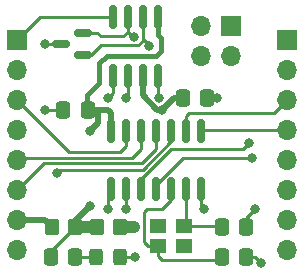
<source format=gtl>
G04 #@! TF.GenerationSoftware,KiCad,Pcbnew,7.0.1*
G04 #@! TF.CreationDate,2023-10-25T20:54:25+02:00*
G04 #@! TF.ProjectId,canfd_breakout,63616e66-645f-4627-9265-616b6f75742e,rev?*
G04 #@! TF.SameCoordinates,Original*
G04 #@! TF.FileFunction,Copper,L1,Top*
G04 #@! TF.FilePolarity,Positive*
%FSLAX46Y46*%
G04 Gerber Fmt 4.6, Leading zero omitted, Abs format (unit mm)*
G04 Created by KiCad (PCBNEW 7.0.1) date 2023-10-25 20:54:25*
%MOMM*%
%LPD*%
G01*
G04 APERTURE LIST*
G04 Aperture macros list*
%AMRoundRect*
0 Rectangle with rounded corners*
0 $1 Rounding radius*
0 $2 $3 $4 $5 $6 $7 $8 $9 X,Y pos of 4 corners*
0 Add a 4 corners polygon primitive as box body*
4,1,4,$2,$3,$4,$5,$6,$7,$8,$9,$2,$3,0*
0 Add four circle primitives for the rounded corners*
1,1,$1+$1,$2,$3*
1,1,$1+$1,$4,$5*
1,1,$1+$1,$6,$7*
1,1,$1+$1,$8,$9*
0 Add four rect primitives between the rounded corners*
20,1,$1+$1,$2,$3,$4,$5,0*
20,1,$1+$1,$4,$5,$6,$7,0*
20,1,$1+$1,$6,$7,$8,$9,0*
20,1,$1+$1,$8,$9,$2,$3,0*%
G04 Aperture macros list end*
G04 #@! TA.AperFunction,SMDPad,CuDef*
%ADD10RoundRect,0.250000X-0.337500X-0.475000X0.337500X-0.475000X0.337500X0.475000X-0.337500X0.475000X0*%
G04 #@! TD*
G04 #@! TA.AperFunction,SMDPad,CuDef*
%ADD11RoundRect,0.250000X0.325000X0.450000X-0.325000X0.450000X-0.325000X-0.450000X0.325000X-0.450000X0*%
G04 #@! TD*
G04 #@! TA.AperFunction,SMDPad,CuDef*
%ADD12RoundRect,0.250000X0.350000X0.450000X-0.350000X0.450000X-0.350000X-0.450000X0.350000X-0.450000X0*%
G04 #@! TD*
G04 #@! TA.AperFunction,SMDPad,CuDef*
%ADD13RoundRect,0.250000X-0.350000X-0.450000X0.350000X-0.450000X0.350000X0.450000X-0.350000X0.450000X0*%
G04 #@! TD*
G04 #@! TA.AperFunction,SMDPad,CuDef*
%ADD14RoundRect,0.250000X0.337500X0.475000X-0.337500X0.475000X-0.337500X-0.475000X0.337500X-0.475000X0*%
G04 #@! TD*
G04 #@! TA.AperFunction,ComponentPad*
%ADD15R,1.700000X1.700000*%
G04 #@! TD*
G04 #@! TA.AperFunction,ComponentPad*
%ADD16O,1.700000X1.700000*%
G04 #@! TD*
G04 #@! TA.AperFunction,SMDPad,CuDef*
%ADD17R,1.400000X1.200000*%
G04 #@! TD*
G04 #@! TA.AperFunction,SMDPad,CuDef*
%ADD18RoundRect,0.150000X0.150000X-0.825000X0.150000X0.825000X-0.150000X0.825000X-0.150000X-0.825000X0*%
G04 #@! TD*
G04 #@! TA.AperFunction,SMDPad,CuDef*
%ADD19RoundRect,0.150000X0.587500X0.150000X-0.587500X0.150000X-0.587500X-0.150000X0.587500X-0.150000X0*%
G04 #@! TD*
G04 #@! TA.AperFunction,ViaPad*
%ADD20C,0.800000*%
G04 #@! TD*
G04 #@! TA.AperFunction,Conductor*
%ADD21C,0.250000*%
G04 #@! TD*
G04 #@! TA.AperFunction,Conductor*
%ADD22C,0.400000*%
G04 #@! TD*
G04 #@! TA.AperFunction,Conductor*
%ADD23C,0.500000*%
G04 #@! TD*
G04 #@! TA.AperFunction,Conductor*
%ADD24C,1.000000*%
G04 #@! TD*
G04 APERTURE END LIST*
D10*
X102827000Y-118364000D03*
X104902000Y-118364000D03*
D11*
X108730000Y-118364000D03*
X106680000Y-118364000D03*
D12*
X108712000Y-115824000D03*
X106712000Y-115824000D03*
D13*
X102902000Y-115824000D03*
X104902000Y-115824000D03*
D10*
X117305000Y-115824000D03*
X119380000Y-115824000D03*
X117305000Y-118364000D03*
X119380000Y-118364000D03*
X114024500Y-104902000D03*
X116099500Y-104902000D03*
D14*
X105961000Y-105918000D03*
X103886000Y-105918000D03*
D15*
X122860000Y-100000000D03*
D16*
X122860000Y-102540000D03*
X122860000Y-105080000D03*
X122860000Y-107620000D03*
X122860000Y-110160000D03*
X122860000Y-112700000D03*
X122860000Y-115240000D03*
X122860000Y-117780000D03*
D15*
X100000000Y-100000000D03*
D16*
X100000000Y-102540000D03*
X100000000Y-105080000D03*
X100000000Y-107620000D03*
X100000000Y-110160000D03*
X100000000Y-112700000D03*
X100000000Y-115240000D03*
X100000000Y-117780000D03*
D17*
X111930000Y-117436000D03*
X114130000Y-117436000D03*
X114130000Y-115736000D03*
X111930000Y-115736000D03*
D16*
X115570000Y-101346000D03*
X115570000Y-98806000D03*
X118110000Y-101346000D03*
D15*
X118110000Y-98806000D03*
D18*
X108077000Y-103059000D03*
X109347000Y-103059000D03*
X110617000Y-103059000D03*
X111887000Y-103059000D03*
X111887000Y-98109000D03*
X110617000Y-98109000D03*
X109347000Y-98109000D03*
X108077000Y-98109000D03*
D19*
X103710500Y-100330000D03*
X105585500Y-99380000D03*
X105585500Y-101280000D03*
D18*
X107950000Y-107696000D03*
X109220000Y-107696000D03*
X110490000Y-107696000D03*
X111760000Y-107696000D03*
X113030000Y-107696000D03*
X114300000Y-107696000D03*
X115570000Y-107696000D03*
X115570000Y-112646000D03*
X114300000Y-112646000D03*
X113030000Y-112646000D03*
X111760000Y-112646000D03*
X110490000Y-112646000D03*
X109220000Y-112646000D03*
X107950000Y-112646000D03*
D20*
X119634000Y-108712000D03*
X106172000Y-107696000D03*
X111120701Y-100494500D03*
X109855000Y-99732500D03*
X109855000Y-115824000D03*
X109220000Y-104902000D03*
X116877500Y-104902000D03*
X119888000Y-109982000D03*
X103378000Y-111252000D03*
X120650000Y-118872000D03*
X120142000Y-114300000D03*
X115824000Y-114300000D03*
X109982000Y-118364000D03*
X102362000Y-105918000D03*
X102362000Y-100330000D03*
X106172000Y-114046000D03*
X112268000Y-105918000D03*
X109220000Y-114300000D03*
X112014000Y-104902000D03*
X107696000Y-114300000D03*
X107696000Y-104902000D03*
D21*
X115646000Y-107620000D02*
X122860000Y-107620000D01*
X115570000Y-107696000D02*
X115646000Y-107620000D01*
X119126000Y-109220000D02*
X119634000Y-108712000D01*
X113032792Y-109220000D02*
X119126000Y-109220000D01*
X110999396Y-111253396D02*
X113032792Y-109220000D01*
X110490000Y-111762792D02*
X110999396Y-111253396D01*
X110490000Y-112646000D02*
X110490000Y-111762792D01*
X103632000Y-110998000D02*
X103378000Y-111252000D01*
X113030000Y-108586396D02*
X110618396Y-110998000D01*
X110618396Y-110998000D02*
X103632000Y-110998000D01*
X113030000Y-107696000D02*
X113030000Y-108586396D01*
X101891000Y-98109000D02*
X100000000Y-100000000D01*
X108077000Y-98109000D02*
X101891000Y-98109000D01*
D22*
X105918000Y-105875000D02*
X105961000Y-105918000D01*
X105918000Y-104648000D02*
X105918000Y-105875000D01*
X106934000Y-103632000D02*
X105918000Y-104648000D01*
X106934000Y-101981000D02*
X106934000Y-103632000D01*
X107569000Y-101346000D02*
X106934000Y-101981000D01*
X111760000Y-101346000D02*
X107569000Y-101346000D01*
X112141000Y-99822000D02*
X112141000Y-100965000D01*
X112141000Y-100965000D02*
X111760000Y-101346000D01*
X111887000Y-99568000D02*
X112141000Y-99822000D01*
X111887000Y-98109000D02*
X111887000Y-99568000D01*
D23*
X106807000Y-107061000D02*
X106172000Y-107696000D01*
X106807000Y-105918000D02*
X106807000Y-107061000D01*
X107696000Y-105918000D02*
X106807000Y-105918000D01*
X107950000Y-106172000D02*
X107696000Y-105918000D01*
X107950000Y-107696000D02*
X107950000Y-106172000D01*
X105961000Y-105918000D02*
X106807000Y-105918000D01*
D21*
X111120701Y-100452701D02*
X111120701Y-100494500D01*
X110617000Y-99949000D02*
X111120701Y-100452701D01*
X110617000Y-99949000D02*
X110617000Y-98109000D01*
X110617000Y-100076000D02*
X110617000Y-99949000D01*
X109765500Y-99732500D02*
X109855000Y-99732500D01*
X109347000Y-99314000D02*
X109765500Y-99732500D01*
X110236000Y-100457000D02*
X110617000Y-100076000D01*
X106238000Y-101280000D02*
X107061000Y-100457000D01*
X107061000Y-100457000D02*
X110236000Y-100457000D01*
X105585500Y-101280000D02*
X106238000Y-101280000D01*
X109347000Y-99314000D02*
X109347000Y-98109000D01*
X106746000Y-99380000D02*
X107061000Y-99695000D01*
X108966000Y-99695000D02*
X109347000Y-99314000D01*
X105585500Y-99380000D02*
X106746000Y-99380000D01*
X107061000Y-99695000D02*
X108966000Y-99695000D01*
X110744000Y-114554000D02*
X110744000Y-117094000D01*
D24*
X109855000Y-115824000D02*
X108712000Y-115824000D01*
D21*
X111086000Y-117436000D02*
X111930000Y-117436000D01*
X110744000Y-117094000D02*
X111086000Y-117436000D01*
X110998000Y-114300000D02*
X110744000Y-114554000D01*
X113030000Y-113538000D02*
X112268000Y-114300000D01*
X112268000Y-114300000D02*
X110998000Y-114300000D01*
X113030000Y-112646000D02*
X113030000Y-113538000D01*
X109347000Y-104775000D02*
X109220000Y-104902000D01*
X109347000Y-103059000D02*
X109347000Y-104775000D01*
X116099500Y-104902000D02*
X116877500Y-104902000D01*
X114047249Y-109982000D02*
X119888000Y-109982000D01*
X111760000Y-112269249D02*
X114047249Y-109982000D01*
X111760000Y-112646000D02*
X111760000Y-112269249D01*
X120142000Y-118364000D02*
X120650000Y-118872000D01*
X119380000Y-118364000D02*
X120142000Y-118364000D01*
X119380000Y-115062000D02*
X120142000Y-114300000D01*
X119380000Y-115824000D02*
X119380000Y-115062000D01*
X115570000Y-114046000D02*
X115824000Y-114300000D01*
X115570000Y-112646000D02*
X115570000Y-114046000D01*
X108730000Y-118364000D02*
X109982000Y-118364000D01*
X103886000Y-105918000D02*
X102362000Y-105918000D01*
X103710500Y-100330000D02*
X102362000Y-100330000D01*
D23*
X104902000Y-115316000D02*
X106172000Y-114046000D01*
D21*
X104902000Y-115824000D02*
X104902000Y-115316000D01*
D23*
X113284000Y-104902000D02*
X112268000Y-105918000D01*
X114024500Y-104902000D02*
X113284000Y-104902000D01*
X111827918Y-105918000D02*
X112268000Y-105918000D01*
X110617000Y-104707082D02*
X111827918Y-105918000D01*
X110617000Y-103059000D02*
X110617000Y-104707082D01*
D21*
X109220000Y-114300000D02*
X109220000Y-112646000D01*
X111887000Y-104775000D02*
X112014000Y-104902000D01*
X111887000Y-103059000D02*
X111887000Y-104775000D01*
X107696000Y-112900000D02*
X107950000Y-112646000D01*
X107696000Y-114300000D02*
X107696000Y-112900000D01*
X108077000Y-103059000D02*
X108077000Y-104521000D01*
X108077000Y-104521000D02*
X107696000Y-104902000D01*
X114300000Y-115566000D02*
X114130000Y-115736000D01*
X114300000Y-112646000D02*
X114300000Y-115566000D01*
X117217000Y-115736000D02*
X114130000Y-115736000D01*
X117305000Y-115824000D02*
X117217000Y-115736000D01*
X111930000Y-118280000D02*
X111930000Y-117436000D01*
X112268000Y-118618000D02*
X111930000Y-118280000D01*
X117051000Y-118618000D02*
X112268000Y-118618000D01*
X117305000Y-118364000D02*
X117051000Y-118618000D01*
X104902000Y-118364000D02*
X106680000Y-118364000D01*
X102827000Y-117899000D02*
X104902000Y-115824000D01*
X102827000Y-118364000D02*
X102827000Y-117899000D01*
D24*
X106712000Y-115824000D02*
X104902000Y-115824000D01*
D23*
X102318000Y-115240000D02*
X102902000Y-115824000D01*
X100000000Y-115240000D02*
X102318000Y-115240000D01*
D21*
X121768000Y-106172000D02*
X122860000Y-105080000D01*
X114300000Y-106426000D02*
X114554000Y-106172000D01*
X114300000Y-107696000D02*
X114300000Y-106426000D01*
X114554000Y-106172000D02*
X121768000Y-106172000D01*
X110548000Y-110432000D02*
X102268000Y-110432000D01*
X102268000Y-110432000D02*
X100000000Y-112700000D01*
X111760000Y-109220000D02*
X110548000Y-110432000D01*
X111760000Y-107696000D02*
X111760000Y-109220000D01*
X109728000Y-109982000D02*
X100178000Y-109982000D01*
X100178000Y-109982000D02*
X100000000Y-110160000D01*
X110490000Y-109220000D02*
X109728000Y-109982000D01*
X110490000Y-107696000D02*
X110490000Y-109220000D01*
X104394000Y-109474000D02*
X100000000Y-105080000D01*
X108712000Y-109474000D02*
X104394000Y-109474000D01*
X109220000Y-108966000D02*
X108712000Y-109474000D01*
X109220000Y-107696000D02*
X109220000Y-108966000D01*
M02*

</source>
